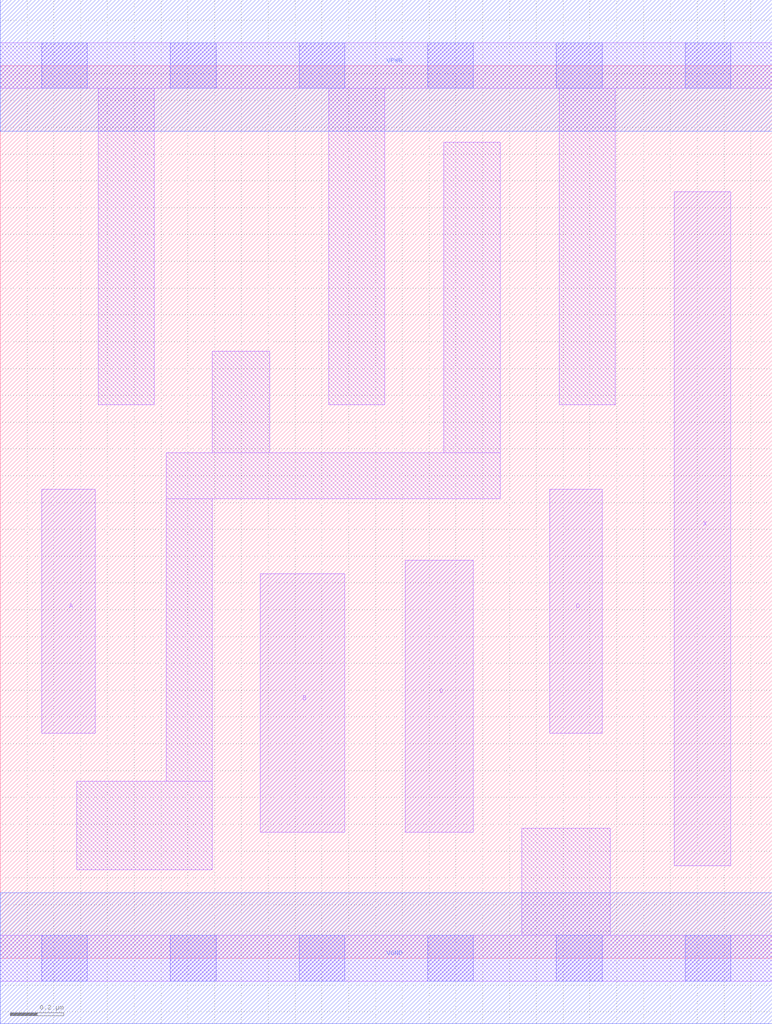
<source format=lef>
# Copyright 2020 The SkyWater PDK Authors
#
# Licensed under the Apache License, Version 2.0 (the "License");
# you may not use this file except in compliance with the License.
# You may obtain a copy of the License at
#
#     https://www.apache.org/licenses/LICENSE-2.0
#
# Unless required by applicable law or agreed to in writing, software
# distributed under the License is distributed on an "AS IS" BASIS,
# WITHOUT WARRANTIES OR CONDITIONS OF ANY KIND, either express or implied.
# See the License for the specific language governing permissions and
# limitations under the License.
#
# SPDX-License-Identifier: Apache-2.0

VERSION 5.7 ;
  NAMESCASESENSITIVE ON ;
  NOWIREEXTENSIONATPIN ON ;
  DIVIDERCHAR "/" ;
  BUSBITCHARS "[]" ;
UNITS
  DATABASE MICRONS 200 ;
END UNITS
MACRO sky130_fd_sc_lp__and4_m
  CLASS CORE ;
  SOURCE USER ;
  FOREIGN sky130_fd_sc_lp__and4_m ;
  ORIGIN  0.000000  0.000000 ;
  SIZE  2.880000 BY  3.330000 ;
  SYMMETRY X Y R90 ;
  SITE unit ;
  PIN A
    ANTENNAGATEAREA  0.126000 ;
    DIRECTION INPUT ;
    USE SIGNAL ;
    PORT
      LAYER li1 ;
        RECT 0.155000 0.840000 0.355000 1.750000 ;
    END
  END A
  PIN B
    ANTENNAGATEAREA  0.126000 ;
    DIRECTION INPUT ;
    USE SIGNAL ;
    PORT
      LAYER li1 ;
        RECT 0.970000 0.470000 1.285000 1.435000 ;
    END
  END B
  PIN C
    ANTENNAGATEAREA  0.126000 ;
    DIRECTION INPUT ;
    USE SIGNAL ;
    PORT
      LAYER li1 ;
        RECT 1.510000 0.470000 1.765000 1.485000 ;
    END
  END C
  PIN D
    ANTENNAGATEAREA  0.126000 ;
    DIRECTION INPUT ;
    USE SIGNAL ;
    PORT
      LAYER li1 ;
        RECT 2.050000 0.840000 2.245000 1.750000 ;
    END
  END D
  PIN X
    ANTENNADIFFAREA  0.222600 ;
    DIRECTION OUTPUT ;
    USE SIGNAL ;
    PORT
      LAYER li1 ;
        RECT 2.515000 0.345000 2.725000 2.860000 ;
    END
  END X
  PIN VGND
    DIRECTION INOUT ;
    USE GROUND ;
    PORT
      LAYER met1 ;
        RECT 0.000000 -0.245000 2.880000 0.245000 ;
    END
  END VGND
  PIN VPWR
    DIRECTION INOUT ;
    USE POWER ;
    PORT
      LAYER met1 ;
        RECT 0.000000 3.085000 2.880000 3.575000 ;
    END
  END VPWR
  OBS
    LAYER li1 ;
      RECT 0.000000 -0.085000 2.880000 0.085000 ;
      RECT 0.000000  3.245000 2.880000 3.415000 ;
      RECT 0.285000  0.330000 0.790000 0.660000 ;
      RECT 0.365000  2.065000 0.575000 3.245000 ;
      RECT 0.620000  0.660000 0.790000 1.715000 ;
      RECT 0.620000  1.715000 1.865000 1.885000 ;
      RECT 0.790000  1.885000 1.005000 2.265000 ;
      RECT 1.225000  2.065000 1.435000 3.245000 ;
      RECT 1.655000  1.885000 1.865000 3.045000 ;
      RECT 1.945000  0.085000 2.275000 0.485000 ;
      RECT 2.085000  2.065000 2.295000 3.245000 ;
    LAYER mcon ;
      RECT 0.155000 -0.085000 0.325000 0.085000 ;
      RECT 0.155000  3.245000 0.325000 3.415000 ;
      RECT 0.635000 -0.085000 0.805000 0.085000 ;
      RECT 0.635000  3.245000 0.805000 3.415000 ;
      RECT 1.115000 -0.085000 1.285000 0.085000 ;
      RECT 1.115000  3.245000 1.285000 3.415000 ;
      RECT 1.595000 -0.085000 1.765000 0.085000 ;
      RECT 1.595000  3.245000 1.765000 3.415000 ;
      RECT 2.075000 -0.085000 2.245000 0.085000 ;
      RECT 2.075000  3.245000 2.245000 3.415000 ;
      RECT 2.555000 -0.085000 2.725000 0.085000 ;
      RECT 2.555000  3.245000 2.725000 3.415000 ;
  END
END sky130_fd_sc_lp__and4_m
END LIBRARY

</source>
